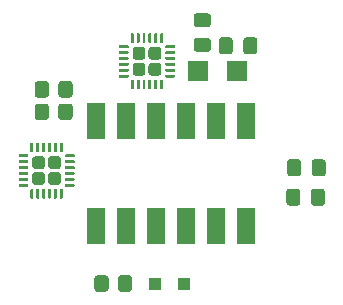
<source format=gbr>
%TF.GenerationSoftware,KiCad,Pcbnew,5.1.9-73d0e3b20d~88~ubuntu20.04.1*%
%TF.CreationDate,2021-06-28T21:50:03+02:00*%
%TF.ProjectId,watch,77617463-682e-46b6-9963-61645f706362,rev?*%
%TF.SameCoordinates,Original*%
%TF.FileFunction,Paste,Top*%
%TF.FilePolarity,Positive*%
%FSLAX46Y46*%
G04 Gerber Fmt 4.6, Leading zero omitted, Abs format (unit mm)*
G04 Created by KiCad (PCBNEW 5.1.9-73d0e3b20d~88~ubuntu20.04.1) date 2021-06-28 21:50:03*
%MOMM*%
%LPD*%
G01*
G04 APERTURE LIST*
%ADD10R,1.750000X1.800000*%
%ADD11R,1.600000X3.100000*%
%ADD12R,1.000000X1.000000*%
G04 APERTURE END LIST*
D10*
%TO.C,Y1*%
X209856000Y-100838000D03*
X213106000Y-100838000D03*
%TD*%
%TO.C,U1*%
G36*
G01*
X196029999Y-109380000D02*
X196620001Y-109380000D01*
G75*
G02*
X196870000Y-109629999I0J-249999D01*
G01*
X196870000Y-110220001D01*
G75*
G02*
X196620001Y-110470000I-249999J0D01*
G01*
X196029999Y-110470000D01*
G75*
G02*
X195780000Y-110220001I0J249999D01*
G01*
X195780000Y-109629999D01*
G75*
G02*
X196029999Y-109380000I249999J0D01*
G01*
G37*
G36*
G01*
X197379999Y-109380000D02*
X197970001Y-109380000D01*
G75*
G02*
X198220000Y-109629999I0J-249999D01*
G01*
X198220000Y-110220001D01*
G75*
G02*
X197970001Y-110470000I-249999J0D01*
G01*
X197379999Y-110470000D01*
G75*
G02*
X197130000Y-110220001I0J249999D01*
G01*
X197130000Y-109629999D01*
G75*
G02*
X197379999Y-109380000I249999J0D01*
G01*
G37*
G36*
G01*
X196029999Y-108030000D02*
X196620001Y-108030000D01*
G75*
G02*
X196870000Y-108279999I0J-249999D01*
G01*
X196870000Y-108870001D01*
G75*
G02*
X196620001Y-109120000I-249999J0D01*
G01*
X196029999Y-109120000D01*
G75*
G02*
X195780000Y-108870001I0J249999D01*
G01*
X195780000Y-108279999D01*
G75*
G02*
X196029999Y-108030000I249999J0D01*
G01*
G37*
G36*
G01*
X197379999Y-108030000D02*
X197970001Y-108030000D01*
G75*
G02*
X198220000Y-108279999I0J-249999D01*
G01*
X198220000Y-108870001D01*
G75*
G02*
X197970001Y-109120000I-249999J0D01*
G01*
X197379999Y-109120000D01*
G75*
G02*
X197130000Y-108870001I0J249999D01*
G01*
X197130000Y-108279999D01*
G75*
G02*
X197379999Y-108030000I249999J0D01*
G01*
G37*
G36*
G01*
X198612500Y-107875000D02*
X199312500Y-107875000D01*
G75*
G02*
X199375000Y-107937500I0J-62500D01*
G01*
X199375000Y-108062500D01*
G75*
G02*
X199312500Y-108125000I-62500J0D01*
G01*
X198612500Y-108125000D01*
G75*
G02*
X198550000Y-108062500I0J62500D01*
G01*
X198550000Y-107937500D01*
G75*
G02*
X198612500Y-107875000I62500J0D01*
G01*
G37*
G36*
G01*
X198612500Y-108375000D02*
X199312500Y-108375000D01*
G75*
G02*
X199375000Y-108437500I0J-62500D01*
G01*
X199375000Y-108562500D01*
G75*
G02*
X199312500Y-108625000I-62500J0D01*
G01*
X198612500Y-108625000D01*
G75*
G02*
X198550000Y-108562500I0J62500D01*
G01*
X198550000Y-108437500D01*
G75*
G02*
X198612500Y-108375000I62500J0D01*
G01*
G37*
G36*
G01*
X198612500Y-108875000D02*
X199312500Y-108875000D01*
G75*
G02*
X199375000Y-108937500I0J-62500D01*
G01*
X199375000Y-109062500D01*
G75*
G02*
X199312500Y-109125000I-62500J0D01*
G01*
X198612500Y-109125000D01*
G75*
G02*
X198550000Y-109062500I0J62500D01*
G01*
X198550000Y-108937500D01*
G75*
G02*
X198612500Y-108875000I62500J0D01*
G01*
G37*
G36*
G01*
X198612500Y-109375000D02*
X199312500Y-109375000D01*
G75*
G02*
X199375000Y-109437500I0J-62500D01*
G01*
X199375000Y-109562500D01*
G75*
G02*
X199312500Y-109625000I-62500J0D01*
G01*
X198612500Y-109625000D01*
G75*
G02*
X198550000Y-109562500I0J62500D01*
G01*
X198550000Y-109437500D01*
G75*
G02*
X198612500Y-109375000I62500J0D01*
G01*
G37*
G36*
G01*
X198612500Y-109875000D02*
X199312500Y-109875000D01*
G75*
G02*
X199375000Y-109937500I0J-62500D01*
G01*
X199375000Y-110062500D01*
G75*
G02*
X199312500Y-110125000I-62500J0D01*
G01*
X198612500Y-110125000D01*
G75*
G02*
X198550000Y-110062500I0J62500D01*
G01*
X198550000Y-109937500D01*
G75*
G02*
X198612500Y-109875000I62500J0D01*
G01*
G37*
G36*
G01*
X198612500Y-110375000D02*
X199312500Y-110375000D01*
G75*
G02*
X199375000Y-110437500I0J-62500D01*
G01*
X199375000Y-110562500D01*
G75*
G02*
X199312500Y-110625000I-62500J0D01*
G01*
X198612500Y-110625000D01*
G75*
G02*
X198550000Y-110562500I0J62500D01*
G01*
X198550000Y-110437500D01*
G75*
G02*
X198612500Y-110375000I62500J0D01*
G01*
G37*
G36*
G01*
X198187500Y-110800000D02*
X198312500Y-110800000D01*
G75*
G02*
X198375000Y-110862500I0J-62500D01*
G01*
X198375000Y-111562500D01*
G75*
G02*
X198312500Y-111625000I-62500J0D01*
G01*
X198187500Y-111625000D01*
G75*
G02*
X198125000Y-111562500I0J62500D01*
G01*
X198125000Y-110862500D01*
G75*
G02*
X198187500Y-110800000I62500J0D01*
G01*
G37*
G36*
G01*
X197687500Y-110800000D02*
X197812500Y-110800000D01*
G75*
G02*
X197875000Y-110862500I0J-62500D01*
G01*
X197875000Y-111562500D01*
G75*
G02*
X197812500Y-111625000I-62500J0D01*
G01*
X197687500Y-111625000D01*
G75*
G02*
X197625000Y-111562500I0J62500D01*
G01*
X197625000Y-110862500D01*
G75*
G02*
X197687500Y-110800000I62500J0D01*
G01*
G37*
G36*
G01*
X197187500Y-110800000D02*
X197312500Y-110800000D01*
G75*
G02*
X197375000Y-110862500I0J-62500D01*
G01*
X197375000Y-111562500D01*
G75*
G02*
X197312500Y-111625000I-62500J0D01*
G01*
X197187500Y-111625000D01*
G75*
G02*
X197125000Y-111562500I0J62500D01*
G01*
X197125000Y-110862500D01*
G75*
G02*
X197187500Y-110800000I62500J0D01*
G01*
G37*
G36*
G01*
X196687500Y-110800000D02*
X196812500Y-110800000D01*
G75*
G02*
X196875000Y-110862500I0J-62500D01*
G01*
X196875000Y-111562500D01*
G75*
G02*
X196812500Y-111625000I-62500J0D01*
G01*
X196687500Y-111625000D01*
G75*
G02*
X196625000Y-111562500I0J62500D01*
G01*
X196625000Y-110862500D01*
G75*
G02*
X196687500Y-110800000I62500J0D01*
G01*
G37*
G36*
G01*
X196187500Y-110800000D02*
X196312500Y-110800000D01*
G75*
G02*
X196375000Y-110862500I0J-62500D01*
G01*
X196375000Y-111562500D01*
G75*
G02*
X196312500Y-111625000I-62500J0D01*
G01*
X196187500Y-111625000D01*
G75*
G02*
X196125000Y-111562500I0J62500D01*
G01*
X196125000Y-110862500D01*
G75*
G02*
X196187500Y-110800000I62500J0D01*
G01*
G37*
G36*
G01*
X195687500Y-110800000D02*
X195812500Y-110800000D01*
G75*
G02*
X195875000Y-110862500I0J-62500D01*
G01*
X195875000Y-111562500D01*
G75*
G02*
X195812500Y-111625000I-62500J0D01*
G01*
X195687500Y-111625000D01*
G75*
G02*
X195625000Y-111562500I0J62500D01*
G01*
X195625000Y-110862500D01*
G75*
G02*
X195687500Y-110800000I62500J0D01*
G01*
G37*
G36*
G01*
X194687500Y-110375000D02*
X195387500Y-110375000D01*
G75*
G02*
X195450000Y-110437500I0J-62500D01*
G01*
X195450000Y-110562500D01*
G75*
G02*
X195387500Y-110625000I-62500J0D01*
G01*
X194687500Y-110625000D01*
G75*
G02*
X194625000Y-110562500I0J62500D01*
G01*
X194625000Y-110437500D01*
G75*
G02*
X194687500Y-110375000I62500J0D01*
G01*
G37*
G36*
G01*
X194687500Y-109875000D02*
X195387500Y-109875000D01*
G75*
G02*
X195450000Y-109937500I0J-62500D01*
G01*
X195450000Y-110062500D01*
G75*
G02*
X195387500Y-110125000I-62500J0D01*
G01*
X194687500Y-110125000D01*
G75*
G02*
X194625000Y-110062500I0J62500D01*
G01*
X194625000Y-109937500D01*
G75*
G02*
X194687500Y-109875000I62500J0D01*
G01*
G37*
G36*
G01*
X194687500Y-109375000D02*
X195387500Y-109375000D01*
G75*
G02*
X195450000Y-109437500I0J-62500D01*
G01*
X195450000Y-109562500D01*
G75*
G02*
X195387500Y-109625000I-62500J0D01*
G01*
X194687500Y-109625000D01*
G75*
G02*
X194625000Y-109562500I0J62500D01*
G01*
X194625000Y-109437500D01*
G75*
G02*
X194687500Y-109375000I62500J0D01*
G01*
G37*
G36*
G01*
X194687500Y-108875000D02*
X195387500Y-108875000D01*
G75*
G02*
X195450000Y-108937500I0J-62500D01*
G01*
X195450000Y-109062500D01*
G75*
G02*
X195387500Y-109125000I-62500J0D01*
G01*
X194687500Y-109125000D01*
G75*
G02*
X194625000Y-109062500I0J62500D01*
G01*
X194625000Y-108937500D01*
G75*
G02*
X194687500Y-108875000I62500J0D01*
G01*
G37*
G36*
G01*
X194687500Y-108375000D02*
X195387500Y-108375000D01*
G75*
G02*
X195450000Y-108437500I0J-62500D01*
G01*
X195450000Y-108562500D01*
G75*
G02*
X195387500Y-108625000I-62500J0D01*
G01*
X194687500Y-108625000D01*
G75*
G02*
X194625000Y-108562500I0J62500D01*
G01*
X194625000Y-108437500D01*
G75*
G02*
X194687500Y-108375000I62500J0D01*
G01*
G37*
G36*
G01*
X194687500Y-107875000D02*
X195387500Y-107875000D01*
G75*
G02*
X195450000Y-107937500I0J-62500D01*
G01*
X195450000Y-108062500D01*
G75*
G02*
X195387500Y-108125000I-62500J0D01*
G01*
X194687500Y-108125000D01*
G75*
G02*
X194625000Y-108062500I0J62500D01*
G01*
X194625000Y-107937500D01*
G75*
G02*
X194687500Y-107875000I62500J0D01*
G01*
G37*
G36*
G01*
X195687500Y-106875000D02*
X195812500Y-106875000D01*
G75*
G02*
X195875000Y-106937500I0J-62500D01*
G01*
X195875000Y-107637500D01*
G75*
G02*
X195812500Y-107700000I-62500J0D01*
G01*
X195687500Y-107700000D01*
G75*
G02*
X195625000Y-107637500I0J62500D01*
G01*
X195625000Y-106937500D01*
G75*
G02*
X195687500Y-106875000I62500J0D01*
G01*
G37*
G36*
G01*
X196187500Y-106875000D02*
X196312500Y-106875000D01*
G75*
G02*
X196375000Y-106937500I0J-62500D01*
G01*
X196375000Y-107637500D01*
G75*
G02*
X196312500Y-107700000I-62500J0D01*
G01*
X196187500Y-107700000D01*
G75*
G02*
X196125000Y-107637500I0J62500D01*
G01*
X196125000Y-106937500D01*
G75*
G02*
X196187500Y-106875000I62500J0D01*
G01*
G37*
G36*
G01*
X196687500Y-106875000D02*
X196812500Y-106875000D01*
G75*
G02*
X196875000Y-106937500I0J-62500D01*
G01*
X196875000Y-107637500D01*
G75*
G02*
X196812500Y-107700000I-62500J0D01*
G01*
X196687500Y-107700000D01*
G75*
G02*
X196625000Y-107637500I0J62500D01*
G01*
X196625000Y-106937500D01*
G75*
G02*
X196687500Y-106875000I62500J0D01*
G01*
G37*
G36*
G01*
X197187500Y-106875000D02*
X197312500Y-106875000D01*
G75*
G02*
X197375000Y-106937500I0J-62500D01*
G01*
X197375000Y-107637500D01*
G75*
G02*
X197312500Y-107700000I-62500J0D01*
G01*
X197187500Y-107700000D01*
G75*
G02*
X197125000Y-107637500I0J62500D01*
G01*
X197125000Y-106937500D01*
G75*
G02*
X197187500Y-106875000I62500J0D01*
G01*
G37*
G36*
G01*
X197687500Y-106875000D02*
X197812500Y-106875000D01*
G75*
G02*
X197875000Y-106937500I0J-62500D01*
G01*
X197875000Y-107637500D01*
G75*
G02*
X197812500Y-107700000I-62500J0D01*
G01*
X197687500Y-107700000D01*
G75*
G02*
X197625000Y-107637500I0J62500D01*
G01*
X197625000Y-106937500D01*
G75*
G02*
X197687500Y-106875000I62500J0D01*
G01*
G37*
G36*
G01*
X198187500Y-106875000D02*
X198312500Y-106875000D01*
G75*
G02*
X198375000Y-106937500I0J-62500D01*
G01*
X198375000Y-107637500D01*
G75*
G02*
X198312500Y-107700000I-62500J0D01*
G01*
X198187500Y-107700000D01*
G75*
G02*
X198125000Y-107637500I0J62500D01*
G01*
X198125000Y-106937500D01*
G75*
G02*
X198187500Y-106875000I62500J0D01*
G01*
G37*
%TD*%
D11*
%TO.C,Elektronika-1*%
X201150000Y-113945000D03*
X213850000Y-105055000D03*
X203690000Y-113945000D03*
X211310000Y-105055000D03*
X206230000Y-113945000D03*
X208770000Y-105055000D03*
X208770000Y-113945000D03*
X206230000Y-105055000D03*
X211310000Y-113945000D03*
X203690000Y-105055000D03*
X213850000Y-113945000D03*
X201150000Y-105055000D03*
%TD*%
%TO.C,U2*%
G36*
G01*
X204529999Y-100130000D02*
X205120001Y-100130000D01*
G75*
G02*
X205370000Y-100379999I0J-249999D01*
G01*
X205370000Y-100970001D01*
G75*
G02*
X205120001Y-101220000I-249999J0D01*
G01*
X204529999Y-101220000D01*
G75*
G02*
X204280000Y-100970001I0J249999D01*
G01*
X204280000Y-100379999D01*
G75*
G02*
X204529999Y-100130000I249999J0D01*
G01*
G37*
G36*
G01*
X205879999Y-100130000D02*
X206470001Y-100130000D01*
G75*
G02*
X206720000Y-100379999I0J-249999D01*
G01*
X206720000Y-100970001D01*
G75*
G02*
X206470001Y-101220000I-249999J0D01*
G01*
X205879999Y-101220000D01*
G75*
G02*
X205630000Y-100970001I0J249999D01*
G01*
X205630000Y-100379999D01*
G75*
G02*
X205879999Y-100130000I249999J0D01*
G01*
G37*
G36*
G01*
X204529999Y-98780000D02*
X205120001Y-98780000D01*
G75*
G02*
X205370000Y-99029999I0J-249999D01*
G01*
X205370000Y-99620001D01*
G75*
G02*
X205120001Y-99870000I-249999J0D01*
G01*
X204529999Y-99870000D01*
G75*
G02*
X204280000Y-99620001I0J249999D01*
G01*
X204280000Y-99029999D01*
G75*
G02*
X204529999Y-98780000I249999J0D01*
G01*
G37*
G36*
G01*
X205879999Y-98780000D02*
X206470001Y-98780000D01*
G75*
G02*
X206720000Y-99029999I0J-249999D01*
G01*
X206720000Y-99620001D01*
G75*
G02*
X206470001Y-99870000I-249999J0D01*
G01*
X205879999Y-99870000D01*
G75*
G02*
X205630000Y-99620001I0J249999D01*
G01*
X205630000Y-99029999D01*
G75*
G02*
X205879999Y-98780000I249999J0D01*
G01*
G37*
G36*
G01*
X207112500Y-98625000D02*
X207812500Y-98625000D01*
G75*
G02*
X207875000Y-98687500I0J-62500D01*
G01*
X207875000Y-98812500D01*
G75*
G02*
X207812500Y-98875000I-62500J0D01*
G01*
X207112500Y-98875000D01*
G75*
G02*
X207050000Y-98812500I0J62500D01*
G01*
X207050000Y-98687500D01*
G75*
G02*
X207112500Y-98625000I62500J0D01*
G01*
G37*
G36*
G01*
X207112500Y-99125000D02*
X207812500Y-99125000D01*
G75*
G02*
X207875000Y-99187500I0J-62500D01*
G01*
X207875000Y-99312500D01*
G75*
G02*
X207812500Y-99375000I-62500J0D01*
G01*
X207112500Y-99375000D01*
G75*
G02*
X207050000Y-99312500I0J62500D01*
G01*
X207050000Y-99187500D01*
G75*
G02*
X207112500Y-99125000I62500J0D01*
G01*
G37*
G36*
G01*
X207112500Y-99625000D02*
X207812500Y-99625000D01*
G75*
G02*
X207875000Y-99687500I0J-62500D01*
G01*
X207875000Y-99812500D01*
G75*
G02*
X207812500Y-99875000I-62500J0D01*
G01*
X207112500Y-99875000D01*
G75*
G02*
X207050000Y-99812500I0J62500D01*
G01*
X207050000Y-99687500D01*
G75*
G02*
X207112500Y-99625000I62500J0D01*
G01*
G37*
G36*
G01*
X207112500Y-100125000D02*
X207812500Y-100125000D01*
G75*
G02*
X207875000Y-100187500I0J-62500D01*
G01*
X207875000Y-100312500D01*
G75*
G02*
X207812500Y-100375000I-62500J0D01*
G01*
X207112500Y-100375000D01*
G75*
G02*
X207050000Y-100312500I0J62500D01*
G01*
X207050000Y-100187500D01*
G75*
G02*
X207112500Y-100125000I62500J0D01*
G01*
G37*
G36*
G01*
X207112500Y-100625000D02*
X207812500Y-100625000D01*
G75*
G02*
X207875000Y-100687500I0J-62500D01*
G01*
X207875000Y-100812500D01*
G75*
G02*
X207812500Y-100875000I-62500J0D01*
G01*
X207112500Y-100875000D01*
G75*
G02*
X207050000Y-100812500I0J62500D01*
G01*
X207050000Y-100687500D01*
G75*
G02*
X207112500Y-100625000I62500J0D01*
G01*
G37*
G36*
G01*
X207112500Y-101125000D02*
X207812500Y-101125000D01*
G75*
G02*
X207875000Y-101187500I0J-62500D01*
G01*
X207875000Y-101312500D01*
G75*
G02*
X207812500Y-101375000I-62500J0D01*
G01*
X207112500Y-101375000D01*
G75*
G02*
X207050000Y-101312500I0J62500D01*
G01*
X207050000Y-101187500D01*
G75*
G02*
X207112500Y-101125000I62500J0D01*
G01*
G37*
G36*
G01*
X206687500Y-101550000D02*
X206812500Y-101550000D01*
G75*
G02*
X206875000Y-101612500I0J-62500D01*
G01*
X206875000Y-102312500D01*
G75*
G02*
X206812500Y-102375000I-62500J0D01*
G01*
X206687500Y-102375000D01*
G75*
G02*
X206625000Y-102312500I0J62500D01*
G01*
X206625000Y-101612500D01*
G75*
G02*
X206687500Y-101550000I62500J0D01*
G01*
G37*
G36*
G01*
X206187500Y-101550000D02*
X206312500Y-101550000D01*
G75*
G02*
X206375000Y-101612500I0J-62500D01*
G01*
X206375000Y-102312500D01*
G75*
G02*
X206312500Y-102375000I-62500J0D01*
G01*
X206187500Y-102375000D01*
G75*
G02*
X206125000Y-102312500I0J62500D01*
G01*
X206125000Y-101612500D01*
G75*
G02*
X206187500Y-101550000I62500J0D01*
G01*
G37*
G36*
G01*
X205687500Y-101550000D02*
X205812500Y-101550000D01*
G75*
G02*
X205875000Y-101612500I0J-62500D01*
G01*
X205875000Y-102312500D01*
G75*
G02*
X205812500Y-102375000I-62500J0D01*
G01*
X205687500Y-102375000D01*
G75*
G02*
X205625000Y-102312500I0J62500D01*
G01*
X205625000Y-101612500D01*
G75*
G02*
X205687500Y-101550000I62500J0D01*
G01*
G37*
G36*
G01*
X205187500Y-101550000D02*
X205312500Y-101550000D01*
G75*
G02*
X205375000Y-101612500I0J-62500D01*
G01*
X205375000Y-102312500D01*
G75*
G02*
X205312500Y-102375000I-62500J0D01*
G01*
X205187500Y-102375000D01*
G75*
G02*
X205125000Y-102312500I0J62500D01*
G01*
X205125000Y-101612500D01*
G75*
G02*
X205187500Y-101550000I62500J0D01*
G01*
G37*
G36*
G01*
X204687500Y-101550000D02*
X204812500Y-101550000D01*
G75*
G02*
X204875000Y-101612500I0J-62500D01*
G01*
X204875000Y-102312500D01*
G75*
G02*
X204812500Y-102375000I-62500J0D01*
G01*
X204687500Y-102375000D01*
G75*
G02*
X204625000Y-102312500I0J62500D01*
G01*
X204625000Y-101612500D01*
G75*
G02*
X204687500Y-101550000I62500J0D01*
G01*
G37*
G36*
G01*
X204187500Y-101550000D02*
X204312500Y-101550000D01*
G75*
G02*
X204375000Y-101612500I0J-62500D01*
G01*
X204375000Y-102312500D01*
G75*
G02*
X204312500Y-102375000I-62500J0D01*
G01*
X204187500Y-102375000D01*
G75*
G02*
X204125000Y-102312500I0J62500D01*
G01*
X204125000Y-101612500D01*
G75*
G02*
X204187500Y-101550000I62500J0D01*
G01*
G37*
G36*
G01*
X203187500Y-101125000D02*
X203887500Y-101125000D01*
G75*
G02*
X203950000Y-101187500I0J-62500D01*
G01*
X203950000Y-101312500D01*
G75*
G02*
X203887500Y-101375000I-62500J0D01*
G01*
X203187500Y-101375000D01*
G75*
G02*
X203125000Y-101312500I0J62500D01*
G01*
X203125000Y-101187500D01*
G75*
G02*
X203187500Y-101125000I62500J0D01*
G01*
G37*
G36*
G01*
X203187500Y-100625000D02*
X203887500Y-100625000D01*
G75*
G02*
X203950000Y-100687500I0J-62500D01*
G01*
X203950000Y-100812500D01*
G75*
G02*
X203887500Y-100875000I-62500J0D01*
G01*
X203187500Y-100875000D01*
G75*
G02*
X203125000Y-100812500I0J62500D01*
G01*
X203125000Y-100687500D01*
G75*
G02*
X203187500Y-100625000I62500J0D01*
G01*
G37*
G36*
G01*
X203187500Y-100125000D02*
X203887500Y-100125000D01*
G75*
G02*
X203950000Y-100187500I0J-62500D01*
G01*
X203950000Y-100312500D01*
G75*
G02*
X203887500Y-100375000I-62500J0D01*
G01*
X203187500Y-100375000D01*
G75*
G02*
X203125000Y-100312500I0J62500D01*
G01*
X203125000Y-100187500D01*
G75*
G02*
X203187500Y-100125000I62500J0D01*
G01*
G37*
G36*
G01*
X203187500Y-99625000D02*
X203887500Y-99625000D01*
G75*
G02*
X203950000Y-99687500I0J-62500D01*
G01*
X203950000Y-99812500D01*
G75*
G02*
X203887500Y-99875000I-62500J0D01*
G01*
X203187500Y-99875000D01*
G75*
G02*
X203125000Y-99812500I0J62500D01*
G01*
X203125000Y-99687500D01*
G75*
G02*
X203187500Y-99625000I62500J0D01*
G01*
G37*
G36*
G01*
X203187500Y-99125000D02*
X203887500Y-99125000D01*
G75*
G02*
X203950000Y-99187500I0J-62500D01*
G01*
X203950000Y-99312500D01*
G75*
G02*
X203887500Y-99375000I-62500J0D01*
G01*
X203187500Y-99375000D01*
G75*
G02*
X203125000Y-99312500I0J62500D01*
G01*
X203125000Y-99187500D01*
G75*
G02*
X203187500Y-99125000I62500J0D01*
G01*
G37*
G36*
G01*
X203187500Y-98625000D02*
X203887500Y-98625000D01*
G75*
G02*
X203950000Y-98687500I0J-62500D01*
G01*
X203950000Y-98812500D01*
G75*
G02*
X203887500Y-98875000I-62500J0D01*
G01*
X203187500Y-98875000D01*
G75*
G02*
X203125000Y-98812500I0J62500D01*
G01*
X203125000Y-98687500D01*
G75*
G02*
X203187500Y-98625000I62500J0D01*
G01*
G37*
G36*
G01*
X204187500Y-97625000D02*
X204312500Y-97625000D01*
G75*
G02*
X204375000Y-97687500I0J-62500D01*
G01*
X204375000Y-98387500D01*
G75*
G02*
X204312500Y-98450000I-62500J0D01*
G01*
X204187500Y-98450000D01*
G75*
G02*
X204125000Y-98387500I0J62500D01*
G01*
X204125000Y-97687500D01*
G75*
G02*
X204187500Y-97625000I62500J0D01*
G01*
G37*
G36*
G01*
X204687500Y-97625000D02*
X204812500Y-97625000D01*
G75*
G02*
X204875000Y-97687500I0J-62500D01*
G01*
X204875000Y-98387500D01*
G75*
G02*
X204812500Y-98450000I-62500J0D01*
G01*
X204687500Y-98450000D01*
G75*
G02*
X204625000Y-98387500I0J62500D01*
G01*
X204625000Y-97687500D01*
G75*
G02*
X204687500Y-97625000I62500J0D01*
G01*
G37*
G36*
G01*
X205187500Y-97625000D02*
X205312500Y-97625000D01*
G75*
G02*
X205375000Y-97687500I0J-62500D01*
G01*
X205375000Y-98387500D01*
G75*
G02*
X205312500Y-98450000I-62500J0D01*
G01*
X205187500Y-98450000D01*
G75*
G02*
X205125000Y-98387500I0J62500D01*
G01*
X205125000Y-97687500D01*
G75*
G02*
X205187500Y-97625000I62500J0D01*
G01*
G37*
G36*
G01*
X205687500Y-97625000D02*
X205812500Y-97625000D01*
G75*
G02*
X205875000Y-97687500I0J-62500D01*
G01*
X205875000Y-98387500D01*
G75*
G02*
X205812500Y-98450000I-62500J0D01*
G01*
X205687500Y-98450000D01*
G75*
G02*
X205625000Y-98387500I0J62500D01*
G01*
X205625000Y-97687500D01*
G75*
G02*
X205687500Y-97625000I62500J0D01*
G01*
G37*
G36*
G01*
X206187500Y-97625000D02*
X206312500Y-97625000D01*
G75*
G02*
X206375000Y-97687500I0J-62500D01*
G01*
X206375000Y-98387500D01*
G75*
G02*
X206312500Y-98450000I-62500J0D01*
G01*
X206187500Y-98450000D01*
G75*
G02*
X206125000Y-98387500I0J62500D01*
G01*
X206125000Y-97687500D01*
G75*
G02*
X206187500Y-97625000I62500J0D01*
G01*
G37*
G36*
G01*
X206687500Y-97625000D02*
X206812500Y-97625000D01*
G75*
G02*
X206875000Y-97687500I0J-62500D01*
G01*
X206875000Y-98387500D01*
G75*
G02*
X206812500Y-98450000I-62500J0D01*
G01*
X206687500Y-98450000D01*
G75*
G02*
X206625000Y-98387500I0J62500D01*
G01*
X206625000Y-97687500D01*
G75*
G02*
X206687500Y-97625000I62500J0D01*
G01*
G37*
%TD*%
%TO.C,C1*%
G36*
G01*
X218482500Y-111025000D02*
X218482500Y-111975000D01*
G75*
G02*
X218232500Y-112225000I-250000J0D01*
G01*
X217557500Y-112225000D01*
G75*
G02*
X217307500Y-111975000I0J250000D01*
G01*
X217307500Y-111025000D01*
G75*
G02*
X217557500Y-110775000I250000J0D01*
G01*
X218232500Y-110775000D01*
G75*
G02*
X218482500Y-111025000I0J-250000D01*
G01*
G37*
G36*
G01*
X220557500Y-111025000D02*
X220557500Y-111975000D01*
G75*
G02*
X220307500Y-112225000I-250000J0D01*
G01*
X219632500Y-112225000D01*
G75*
G02*
X219382500Y-111975000I0J250000D01*
G01*
X219382500Y-111025000D01*
G75*
G02*
X219632500Y-110775000I250000J0D01*
G01*
X220307500Y-110775000D01*
G75*
G02*
X220557500Y-111025000I0J-250000D01*
G01*
G37*
%TD*%
%TO.C,C2*%
G36*
G01*
X218550000Y-108525000D02*
X218550000Y-109475000D01*
G75*
G02*
X218300000Y-109725000I-250000J0D01*
G01*
X217625000Y-109725000D01*
G75*
G02*
X217375000Y-109475000I0J250000D01*
G01*
X217375000Y-108525000D01*
G75*
G02*
X217625000Y-108275000I250000J0D01*
G01*
X218300000Y-108275000D01*
G75*
G02*
X218550000Y-108525000I0J-250000D01*
G01*
G37*
G36*
G01*
X220625000Y-108525000D02*
X220625000Y-109475000D01*
G75*
G02*
X220375000Y-109725000I-250000J0D01*
G01*
X219700000Y-109725000D01*
G75*
G02*
X219450000Y-109475000I0J250000D01*
G01*
X219450000Y-108525000D01*
G75*
G02*
X219700000Y-108275000I250000J0D01*
G01*
X220375000Y-108275000D01*
G75*
G02*
X220625000Y-108525000I0J-250000D01*
G01*
G37*
%TD*%
D12*
%TO.C,D1*%
X206141000Y-118808500D03*
X208641000Y-118808500D03*
%TD*%
%TO.C,R1*%
G36*
G01*
X195996000Y-104717001D02*
X195996000Y-103816999D01*
G75*
G02*
X196245999Y-103567000I249999J0D01*
G01*
X196946001Y-103567000D01*
G75*
G02*
X197196000Y-103816999I0J-249999D01*
G01*
X197196000Y-104717001D01*
G75*
G02*
X196946001Y-104967000I-249999J0D01*
G01*
X196245999Y-104967000D01*
G75*
G02*
X195996000Y-104717001I0J249999D01*
G01*
G37*
G36*
G01*
X197996000Y-104717001D02*
X197996000Y-103816999D01*
G75*
G02*
X198245999Y-103567000I249999J0D01*
G01*
X198946001Y-103567000D01*
G75*
G02*
X199196000Y-103816999I0J-249999D01*
G01*
X199196000Y-104717001D01*
G75*
G02*
X198946001Y-104967000I-249999J0D01*
G01*
X198245999Y-104967000D01*
G75*
G02*
X197996000Y-104717001I0J249999D01*
G01*
G37*
%TD*%
%TO.C,R2*%
G36*
G01*
X195996000Y-102812001D02*
X195996000Y-101911999D01*
G75*
G02*
X196245999Y-101662000I249999J0D01*
G01*
X196946001Y-101662000D01*
G75*
G02*
X197196000Y-101911999I0J-249999D01*
G01*
X197196000Y-102812001D01*
G75*
G02*
X196946001Y-103062000I-249999J0D01*
G01*
X196245999Y-103062000D01*
G75*
G02*
X195996000Y-102812001I0J249999D01*
G01*
G37*
G36*
G01*
X197996000Y-102812001D02*
X197996000Y-101911999D01*
G75*
G02*
X198245999Y-101662000I249999J0D01*
G01*
X198946001Y-101662000D01*
G75*
G02*
X199196000Y-101911999I0J-249999D01*
G01*
X199196000Y-102812001D01*
G75*
G02*
X198946001Y-103062000I-249999J0D01*
G01*
X198245999Y-103062000D01*
G75*
G02*
X197996000Y-102812001I0J249999D01*
G01*
G37*
%TD*%
%TO.C,R3*%
G36*
G01*
X204244500Y-118358499D02*
X204244500Y-119258501D01*
G75*
G02*
X203994501Y-119508500I-249999J0D01*
G01*
X203294499Y-119508500D01*
G75*
G02*
X203044500Y-119258501I0J249999D01*
G01*
X203044500Y-118358499D01*
G75*
G02*
X203294499Y-118108500I249999J0D01*
G01*
X203994501Y-118108500D01*
G75*
G02*
X204244500Y-118358499I0J-249999D01*
G01*
G37*
G36*
G01*
X202244500Y-118358499D02*
X202244500Y-119258501D01*
G75*
G02*
X201994501Y-119508500I-249999J0D01*
G01*
X201294499Y-119508500D01*
G75*
G02*
X201044500Y-119258501I0J249999D01*
G01*
X201044500Y-118358499D01*
G75*
G02*
X201294499Y-118108500I249999J0D01*
G01*
X201994501Y-118108500D01*
G75*
G02*
X202244500Y-118358499I0J-249999D01*
G01*
G37*
%TD*%
%TO.C,C3*%
G36*
G01*
X212761500Y-98204000D02*
X212761500Y-99154000D01*
G75*
G02*
X212511500Y-99404000I-250000J0D01*
G01*
X211836500Y-99404000D01*
G75*
G02*
X211586500Y-99154000I0J250000D01*
G01*
X211586500Y-98204000D01*
G75*
G02*
X211836500Y-97954000I250000J0D01*
G01*
X212511500Y-97954000D01*
G75*
G02*
X212761500Y-98204000I0J-250000D01*
G01*
G37*
G36*
G01*
X214836500Y-98204000D02*
X214836500Y-99154000D01*
G75*
G02*
X214586500Y-99404000I-250000J0D01*
G01*
X213911500Y-99404000D01*
G75*
G02*
X213661500Y-99154000I0J250000D01*
G01*
X213661500Y-98204000D01*
G75*
G02*
X213911500Y-97954000I250000J0D01*
G01*
X214586500Y-97954000D01*
G75*
G02*
X214836500Y-98204000I0J-250000D01*
G01*
G37*
%TD*%
%TO.C,C4*%
G36*
G01*
X210660000Y-97107500D02*
X209710000Y-97107500D01*
G75*
G02*
X209460000Y-96857500I0J250000D01*
G01*
X209460000Y-96182500D01*
G75*
G02*
X209710000Y-95932500I250000J0D01*
G01*
X210660000Y-95932500D01*
G75*
G02*
X210910000Y-96182500I0J-250000D01*
G01*
X210910000Y-96857500D01*
G75*
G02*
X210660000Y-97107500I-250000J0D01*
G01*
G37*
G36*
G01*
X210660000Y-99182500D02*
X209710000Y-99182500D01*
G75*
G02*
X209460000Y-98932500I0J250000D01*
G01*
X209460000Y-98257500D01*
G75*
G02*
X209710000Y-98007500I250000J0D01*
G01*
X210660000Y-98007500D01*
G75*
G02*
X210910000Y-98257500I0J-250000D01*
G01*
X210910000Y-98932500D01*
G75*
G02*
X210660000Y-99182500I-250000J0D01*
G01*
G37*
%TD*%
M02*

</source>
